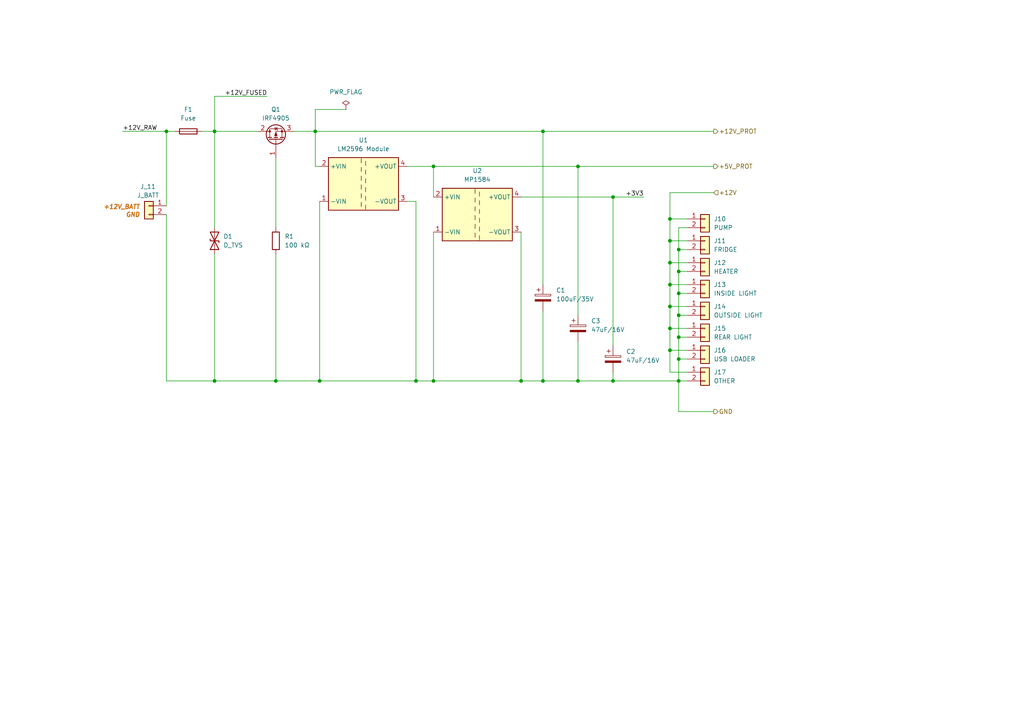
<source format=kicad_sch>
(kicad_sch (version 20250114) (generator "eeschema") (generator_version "9.0")
  (paper "A4")
  (title_block (title "Van Onboard Computer") (date "2025-12-02") (rev "1.1"))
  (lib_symbols
    (symbol "CRE1S1205SC_1"
      (property "Reference" "U1" (at 0 12.7 0))
      (property "Value" "LM2596 Module" (at 0 10.16 0))
      (symbol "CRE1S1205SC_1_0_1"
        (rectangle (start -10.16 7.62) (end 10.16 -7.62) (stroke (width 0.254)) (fill (type background)))
        (polyline (pts (xy -0.635 7.366) (xy -0.635 6.096)))
        (polyline (pts (xy -0.635 4.826) (xy -0.635 3.556)))
        (polyline (pts (xy -0.635 2.286) (xy -0.635 1.016)))
        (polyline (pts (xy -0.635 -0.254) (xy -0.635 -1.524)))
        (polyline (pts (xy -0.635 -2.794) (xy -0.635 -4.064)))
        (polyline (pts (xy -0.635 -5.334) (xy -0.635 -6.604)))
        (polyline (pts (xy 0.635 5.334) (xy 0.635 6.604)))
        (polyline (pts (xy 0.635 2.794) (xy 0.635 4.064)))
        (polyline (pts (xy 0.635 0.254) (xy 0.635 1.524)))
        (polyline (pts (xy 0.635 -2.286) (xy 0.635 -1.016)))
        (polyline (pts (xy 0.635 -4.826) (xy 0.635 -3.556)))
        (polyline (pts (xy 0.635 -7.366) (xy 0.635 -6.096)))
      )
      (symbol "CRE1S1205SC_1_1_1"
        (pin power_in line (at -12.7 5.08 0) (length 2.54) (name "+VIN") (number "2"))
        (pin power_in line (at -12.7 -5.08 0) (length 2.54) (name "-VIN") (number "1"))
        (pin power_out line (at 12.7 5.08 180) (length 2.54) (name "+VOUT") (number "4"))
        (pin power_out line (at 12.7 -5.08 180) (length 2.54) (name "-VOUT") (number "3"))
      )
    )
    (symbol "Connector_Generic:Conn_01x02" (pin_names (offset 1.016) (hide yes))
      (property "Reference" "J" (at 0 2.54 0))
      (property "Value" "Conn_01x02" (at 0 -5.08 0))
      (symbol "Conn_01x02_1_1"
        (rectangle (start -1.27 1.27) (end 1.27 -3.81) (stroke (width 0.254)) (fill (type background)))
        (rectangle (start -1.27 0.127) (end 0 -0.127) (stroke (width 0.1524)))
        (rectangle (start -1.27 -2.413) (end 0 -2.667) (stroke (width 0.1524)))
        (pin passive line (at -5.08 0 0) (length 3.81) (name "Pin_1") (number "1"))
        (pin passive line (at -5.08 -2.54 0) (length 3.81) (name "Pin_2") (number "2"))
      )
    )
    (symbol "Device:C_Polarized" (pin_numbers (hide yes)) (pin_names (offset 0.254))
      (property "Reference" "C" (at 0.635 2.54 0))
      (property "Value" "C_Polarized" (at 0.635 -2.54 0))
      (symbol "C_Polarized_0_1"
        (rectangle (start -2.286 0.508) (end 2.286 1.016))
        (polyline (pts (xy -1.778 2.286) (xy -0.762 2.286)))
        (polyline (pts (xy -1.27 2.794) (xy -1.27 1.778)))
        (rectangle (start 2.286 -0.508) (end -2.286 -1.016) (fill (type outline)))
      )
      (symbol "C_Polarized_1_1"
        (pin passive line (at 0 3.81 270) (length 2.794) (name "~") (number "1"))
        (pin passive line (at 0 -3.81 90) (length 2.794) (name "~") (number "2"))
      )
    )
    (symbol "Device:D_TVS" (pin_numbers (hide yes)) (pin_names (offset 1.016) (hide yes))
      (property "Reference" "D" (at 0 2.54 0))
      (property "Value" "D_TVS" (at 0 -2.54 0))
      (symbol "D_TVS_0_1"
        (polyline (pts (xy -2.54 1.27) (xy -2.54 -1.27) (xy 2.54 1.27) (xy 2.54 -1.27) (xy -2.54 1.27)) (stroke (width 0.254)))
        (polyline (pts (xy 0.508 1.27) (xy 0 1.27) (xy 0 -1.27) (xy -0.508 -1.27)) (stroke (width 0.254)))
        (polyline (pts (xy 1.27 0) (xy -1.27 0)))
      )
      (symbol "D_TVS_1_1"
        (pin passive line (at -3.81 0 0) (length 2.54) (name "A1") (number "1"))
        (pin passive line (at 3.81 0 180) (length 2.54) (name "A2") (number "2"))
      )
    )
    (symbol "Device:Fuse" (pin_numbers (hide yes)) (pin_names (offset 0))
      (property "Reference" "F" (at 2.032 0 90))
      (property "Value" "Fuse" (at -1.905 0 90))
      (symbol "Fuse_0_1"
        (rectangle (start -0.762 -2.54) (end 0.762 2.54) (stroke (width 0.254)))
        (polyline (pts (xy 0 2.54) (xy 0 -2.54)))
      )
      (symbol "Fuse_1_1"
        (pin passive line (at 0 3.81 270) (length 1.27) (name "~") (number "1"))
        (pin passive line (at 0 -3.81 90) (length 1.27) (name "~") (number "2"))
      )
    )
    (symbol "Device:R" (pin_numbers (hide yes)) (pin_names (offset 0))
      (property "Reference" "R" (at 2.032 0 90))
      (property "Value" "R" (at 0 0 90))
      (symbol "R_0_1"
        (rectangle (start -1.016 -2.54) (end 1.016 2.54) (stroke (width 0.254)))
      )
      (symbol "R_1_1"
        (pin passive line (at 0 3.81 270) (length 1.27) (name "~") (number "1"))
        (pin passive line (at 0 -3.81 90) (length 1.27) (name "~") (number "2"))
      )
    )
    (symbol "Regulator_Switching:CRE1S1205SC"
      (property "Reference" "U2" (at 0 12.7 0))
      (property "Value" "MP1584" (at 0 10.16 0))
      (symbol "CRE1S1205SC_0_1"
        (rectangle (start -10.16 7.62) (end 10.16 -7.62) (stroke (width 0.254)) (fill (type background)))
        (polyline (pts (xy -0.635 7.366) (xy -0.635 6.096)))
        (polyline (pts (xy -0.635 4.826) (xy -0.635 3.556)))
        (polyline (pts (xy -0.635 2.286) (xy -0.635 1.016)))
        (polyline (pts (xy -0.635 -0.254) (xy -0.635 -1.524)))
        (polyline (pts (xy -0.635 -2.794) (xy -0.635 -4.064)))
        (polyline (pts (xy -0.635 -5.334) (xy -0.635 -6.604)))
        (polyline (pts (xy 0.635 5.334) (xy 0.635 6.604)))
        (polyline (pts (xy 0.635 2.794) (xy 0.635 4.064)))
        (polyline (pts (xy 0.635 0.254) (xy 0.635 1.524)))
        (polyline (pts (xy 0.635 -2.286) (xy 0.635 -1.016)))
        (polyline (pts (xy 0.635 -4.826) (xy 0.635 -3.556)))
        (polyline (pts (xy 0.635 -7.366) (xy 0.635 -6.096)))
      )
      (symbol "CRE1S1205SC_1_1"
        (pin power_in line (at -12.7 5.08 0) (length 2.54) (name "+VIN") (number "2"))
        (pin passive line (at -12.7 -5.08 0) (length 2.54) (name "-VIN") (number "1"))
        (pin power_out line (at 12.7 5.08 180) (length 2.54) (name "+VOUT") (number "4"))
        (pin passive line (at 12.7 -5.08 180) (length 2.54) (name "-VOUT") (number "3"))
      )
    )
    (symbol "Transistor_FET:IRF4905" (pin_names (hide yes))
      (property "Reference" "Q" (at 5.08 1.905 0))
      (property "Value" "IRF4905" (at 5.08 0 0))
      (symbol "IRF4905_0_1"
        (polyline (pts (xy 0.254 1.905) (xy 0.254 -1.905)) (stroke (width 0.254)))
        (polyline (pts (xy 0.254 0) (xy -2.54 0)))
        (polyline (pts (xy 0.762 2.286) (xy 0.762 1.27)) (stroke (width 0.254)))
        (polyline (pts (xy 0.762 1.778) (xy 3.302 1.778) (xy 3.302 -1.778) (xy 0.762 -1.778)))
        (polyline (pts (xy 0.762 0.508) (xy 0.762 -0.508)) (stroke (width 0.254)))
        (polyline (pts (xy 0.762 -1.27) (xy 0.762 -2.286)) (stroke (width 0.254)))
        (circle (center 1.651 0) (radius 2.794) (stroke (width 0.254)))
        (polyline (pts (xy 2.286 0) (xy 1.27 0.381) (xy 1.27 -0.381) (xy 2.286 0)) (fill (type outline)))
        (polyline (pts (xy 2.54 2.54) (xy 2.54 1.778)))
        (circle (center 2.54 1.778) (radius 0.254) (fill (type outline)))
        (circle (center 2.54 -1.778) (radius 0.254) (fill (type outline)))
        (polyline (pts (xy 2.54 -2.54) (xy 2.54 0) (xy 0.762 0)))
        (polyline (pts (xy 2.794 -0.508) (xy 2.921 -0.381) (xy 3.683 -0.381) (xy 3.81 -0.254)))
        (polyline (pts (xy 3.302 -0.381) (xy 2.921 0.254) (xy 3.683 0.254) (xy 3.302 -0.381)))
      )
      (symbol "IRF4905_1_1"
        (pin input line (at -5.08 0 0) (length 2.54) (name "G") (number "1"))
        (pin passive line (at 2.54 5.08 270) (length 2.54) (name "D") (number "2"))
        (pin passive line (at 2.54 -5.08 90) (length 2.54) (name "S") (number "3"))
      )
    )
    (symbol "power:PWR_FLAG" (power) (pin_numbers (hide yes)) (pin_names (offset 0) (hide yes))
      (property "Value" "PWR_FLAG" (at 0 3.81 0))
      (symbol "PWR_FLAG_0_0"
        (pin power_out line (at 0 0 90) (length 0) (name "~") (number "1"))
      )
      (symbol "PWR_FLAG_0_1"
        (polyline (pts (xy 0 0) (xy 0 1.27) (xy -1.016 1.905) (xy 0 2.54) (xy 1.016 1.905) (xy 0 1.27)))
      )
    )
  )
  (text "+12V_BATT" (at 40.64 60.198 0) (effects (font (size 1.27 1.27) (thickness 0.254) (bold yes) (italic yes)) (justify right)))
  (text "GND" (at 40.64 62.484 0) (effects (font (size 1.27 1.27) (thickness 0.254) (bold yes) (italic yes)) (justify right)))
  (junction (at 125.73 110.49))
  (junction (at 120.65 110.49))
  (junction (at 167.64 48.26))
  (junction (at 194.31 82.55))
  (junction (at 196.85 104.14))
  (junction (at 196.85 85.09))
  (junction (at 194.31 63.5))
  (junction (at 177.8 110.49))
  (junction (at 91.44 38.1))
  (junction (at 92.71 110.49))
  (junction (at 157.48 110.49))
  (junction (at 125.73 48.26))
  (junction (at 194.31 95.25))
  (junction (at 157.48 38.1))
  (junction (at 196.85 78.74))
  (junction (at 167.64 110.49))
  (junction (at 196.85 97.79))
  (junction (at 151.13 110.49))
  (junction (at 80.01 110.49))
  (junction (at 48.26 38.1))
  (junction (at 62.23 38.1))
  (junction (at 196.85 72.39))
  (junction (at 194.31 76.2))
  (junction (at 194.31 69.85))
  (junction (at 196.85 110.49))
  (junction (at 194.31 88.9))
  (junction (at 62.23 110.49))
  (junction (at 196.85 91.44))
  (junction (at 177.8 57.15))
  (junction (at 194.31 101.6))
  (wire (pts (xy 125.73 48.26) (xy 125.73 57.15)))
  (wire (pts (xy 125.73 110.49) (xy 151.13 110.49)))
  (wire (pts (xy 177.8 57.15) (xy 186.69 57.15)))
  (wire (pts (xy 62.23 27.94) (xy 62.23 38.1)))
  (wire (pts (xy 80.01 45.72) (xy 80.01 66.04)))
  (wire (pts (xy 167.64 99.06) (xy 167.64 110.49)))
  (wire (pts (xy 196.85 78.74) (xy 196.85 85.09)))
  (wire (pts (xy 194.31 55.88) (xy 194.31 63.5)))
  (wire (pts (xy 194.31 55.88) (xy 207.01 55.88)))
  (wire (pts (xy 196.85 72.39) (xy 199.39 72.39)))
  (wire (pts (xy 199.39 104.14) (xy 196.85 104.14)))
  (wire (pts (xy 151.13 110.49) (xy 157.48 110.49)))
  (wire (pts (xy 58.42 38.1) (xy 62.23 38.1)))
  (wire (pts (xy 196.85 85.09) (xy 199.39 85.09)))
  (wire (pts (xy 167.64 110.49) (xy 177.8 110.49)))
  (wire (pts (xy 196.85 110.49) (xy 177.8 110.49)))
  (wire (pts (xy 125.73 67.31) (xy 125.73 110.49)))
  (wire (pts (xy 157.48 110.49) (xy 167.64 110.49)))
  (wire (pts (xy 196.85 85.09) (xy 196.85 91.44)))
  (wire (pts (xy 196.85 72.39) (xy 196.85 78.74)))
  (wire (pts (xy 62.23 27.94) (xy 77.47 27.94)))
  (wire (pts (xy 199.39 66.04) (xy 196.85 66.04)))
  (wire (pts (xy 91.44 38.1) (xy 91.44 48.26)))
  (wire (pts (xy 194.31 88.9) (xy 199.39 88.9)))
  (wire (pts (xy 194.31 76.2) (xy 199.39 76.2)))
  (wire (pts (xy 196.85 78.74) (xy 199.39 78.74)))
  (wire (pts (xy 196.85 104.14) (xy 196.85 110.49)))
  (wire (pts (xy 167.64 48.26) (xy 167.64 91.44)))
  (wire (pts (xy 151.13 67.31) (xy 151.13 110.49)))
  (wire (pts (xy 157.48 38.1) (xy 157.48 82.55)))
  (wire (pts (xy 48.26 62.23) (xy 48.26 110.49)))
  (wire (pts (xy 85.09 38.1) (xy 91.44 38.1)))
  (wire (pts (xy 62.23 73.66) (xy 62.23 110.49)))
  (wire (pts (xy 194.31 95.25) (xy 194.31 101.6)))
  (wire (pts (xy 194.31 69.85) (xy 199.39 69.85)))
  (wire (pts (xy 194.31 82.55) (xy 194.31 88.9)))
  (wire (pts (xy 118.11 58.42) (xy 120.65 58.42)))
  (wire (pts (xy 196.85 97.79) (xy 196.85 104.14)))
  (wire (pts (xy 91.44 31.75) (xy 91.44 38.1)))
  (wire (pts (xy 120.65 58.42) (xy 120.65 110.49)))
  (wire (pts (xy 118.11 48.26) (xy 125.73 48.26)))
  (wire (pts (xy 151.13 57.15) (xy 177.8 57.15)))
  (wire (pts (xy 177.8 57.15) (xy 177.8 100.33)))
  (wire (pts (xy 48.26 38.1) (xy 35.56 38.1)))
  (wire (pts (xy 196.85 91.44) (xy 196.85 97.79)))
  (wire (pts (xy 177.8 107.95) (xy 177.8 110.49)))
  (wire (pts (xy 196.85 91.44) (xy 199.39 91.44)))
  (wire (pts (xy 48.26 38.1) (xy 48.26 59.69)))
  (wire (pts (xy 48.26 38.1) (xy 50.8 38.1)))
  (wire (pts (xy 196.85 119.38) (xy 196.85 110.49)))
  (wire (pts (xy 48.26 110.49) (xy 62.23 110.49)))
  (wire (pts (xy 92.71 110.49) (xy 120.65 110.49)))
  (wire (pts (xy 196.85 66.04) (xy 196.85 72.39)))
  (wire (pts (xy 157.48 38.1) (xy 207.01 38.1)))
  (wire (pts (xy 207.01 119.38) (xy 196.85 119.38)))
  (wire (pts (xy 194.31 101.6) (xy 199.39 101.6)))
  (wire (pts (xy 194.31 101.6) (xy 194.31 107.95)))
  (wire (pts (xy 196.85 110.49) (xy 199.39 110.49)))
  (wire (pts (xy 194.31 69.85) (xy 194.31 76.2)))
  (wire (pts (xy 91.44 31.75) (xy 100.33 31.75)))
  (wire (pts (xy 194.31 82.55) (xy 199.39 82.55)))
  (wire (pts (xy 120.65 110.49) (xy 125.73 110.49)))
  (wire (pts (xy 125.73 48.26) (xy 167.64 48.26)))
  (wire (pts (xy 80.01 110.49) (xy 92.71 110.49)))
  (wire (pts (xy 157.48 90.17) (xy 157.48 110.49)))
  (wire (pts (xy 62.23 110.49) (xy 80.01 110.49)))
  (wire (pts (xy 194.31 63.5) (xy 199.39 63.5)))
  (wire (pts (xy 194.31 63.5) (xy 194.31 69.85)))
  (wire (pts (xy 194.31 88.9) (xy 194.31 95.25)))
  (wire (pts (xy 194.31 76.2) (xy 194.31 82.55)))
  (wire (pts (xy 62.23 38.1) (xy 62.23 66.04)))
  (wire (pts (xy 167.64 48.26) (xy 207.01 48.26)))
  (wire (pts (xy 194.31 107.95) (xy 199.39 107.95)))
  (wire (pts (xy 62.23 38.1) (xy 74.93 38.1)))
  (wire (pts (xy 194.31 95.25) (xy 199.39 95.25)))
  (wire (pts (xy 91.44 38.1) (xy 157.48 38.1)))
  (wire (pts (xy 196.85 97.79) (xy 199.39 97.79)))
  (wire (pts (xy 92.71 58.42) (xy 92.71 110.49)))
  (wire (pts (xy 92.71 48.26) (xy 91.44 48.26)))
  (wire (pts (xy 80.01 73.66) (xy 80.01 110.49)))
  (label "+12V_FUSED" (at 77.47 27.94 180))
  (label "+3V3" (at 186.69 57.15 180))
  (label "+12V_RAW" (at 35.56 38.1 0))
  (hierarchical_label "+5V_PROT" (shape output) (at 207.01 48.26 0))
  (hierarchical_label "+12V" (shape input) (at 207.01 55.88 0))
  (hierarchical_label "+12V_PROT" (shape output) (at 207.01 38.1 0))
  (hierarchical_label "GND" (shape output) (at 207.01 119.38 0))
  (symbol (lib_id "Connector_Generic:Conn_01x02") (at 204.47 88.9 0) (unit 1)
    (property "Reference" "J14" (at 207.01 88.8999 0) (effects (justify left)))
    (property "Value" "OUTSIDE LIGHT" (at 207.01 91.4399 0) (effects (justify left)))
    (property "Footprint" "MyModules:Connecteur 2 vis" (effects (hide yes)))
    (property "Description" "Generic connector, single row, 01x02, script generated (kicad-library-utils/schlib/autogen/connector/)" (effects (hide yes)))
  )
  (symbol (lib_id "Device:C_Polarized") (at 167.64 95.25 0) (unit 1)
    (property "Reference" "C3" (at 171.45 93.0909 0) (effects (justify left)))
    (property "Value" "47uF/16V" (at 171.45 95.6309 0) (effects (justify left)))
    (property "Footprint" "Capacitor_THT:CP_Radial_D6.3mm_P2.50mm" (effects (hide yes)))
    (property "Description" "Polarized capacitor" (effects (hide yes)))
  )
  (symbol (lib_id "Device:D_TVS") (at 62.23 69.85 90) (unit 1)
    (property "Reference" "D1" (at 64.77 68.5799 90) (effects (justify right)))
    (property "Value" "D_TVS" (at 64.77 71.1199 90) (effects (justify right)))
    (property "Footprint" "Diode_SMD:D_SMA-SMB_Universal_Handsoldering" (effects (hide yes)))
    (property "Description" "Bidirectional transient-voltage-suppression diode" (effects (hide yes)))
  )
  (symbol (lib_id "Connector_Generic:Conn_01x02") (at 204.47 107.95 0) (unit 1)
    (property "Reference" "J17" (at 207.01 107.9499 0) (effects (justify left)))
    (property "Value" "OTHER" (at 207.01 110.4899 0) (effects (justify left)))
    (property "Footprint" "MyModules:Connecteur 2 vis" (effects (hide yes)))
    (property "Description" "Generic connector, single row, 01x02, script generated (kicad-library-utils/schlib/autogen/connector/)" (effects (hide yes)))
  )
  (symbol (lib_id "Regulator_Switching:CRE1S1205SC") (at 138.43 62.23 0) (unit 1)
    (property "Reference" "U2" (at 138.43 49.53 0))
    (property "Value" "MP1584" (at 138.43 52.07 0))
    (property "Footprint" "MyModules:MP1584_Breakout" (effects (hide yes)))
    (property "Datasheet" "http://power.murata.com/datasheet?/data/power/ncl/kdc_cre1.pdf" (effects (hide yes)))
    (property "Description" "12V to 5V 200mA DC-DC Converter with 1kV isolation, SIP-4" (effects (hide yes)))
  )
  (symbol (lib_id "Connector_Generic:Conn_01x02") (at 204.47 69.85 0) (unit 1)
    (property "Reference" "J11" (at 207.01 69.8499 0) (effects (justify left)))
    (property "Value" "FRIDGE" (at 207.01 72.3899 0) (effects (justify left)))
    (property "Footprint" "MyModules:Connecteur 2 vis" (effects (hide yes)))
    (property "Description" "Generic connector, single row, 01x02, script generated (kicad-library-utils/schlib/autogen/connector/)" (effects (hide yes)))
  )
  (symbol (lib_id "Device:R") (at 80.01 69.85 0) (unit 1)
    (property "Reference" "R1" (at 82.55 68.5799 0) (effects (justify left)))
    (property "Value" "100 kΩ" (at 82.55 71.1199 0) (effects (justify left)))
    (property "Footprint" "Resistor_THT:R_Axial_DIN0207_L6.3mm_D2.5mm_P10.16mm_Horizontal" (effects (hide yes)))
    (property "Description" "Resistor" (effects (hide yes)))
  )
  (symbol (lib_id "power:PWR_FLAG") (at 100.33 31.75 0) (unit 1)
    (property "Reference" "#FLG01" (effects (hide yes)))
    (property "Value" "PWR_FLAG" (at 100.33 26.67 0))
    (property "Description" "Special symbol for telling ERC where power comes from" (effects (hide yes)))
  )
  (symbol (lib_id "Connector_Generic:Conn_01x02") (at 204.47 101.6 0) (unit 1)
    (property "Reference" "J16" (at 207.01 101.5999 0) (effects (justify left)))
    (property "Value" "USB LOADER" (at 207.01 104.1399 0) (effects (justify left)))
    (property "Footprint" "MyModules:Connecteur 2 vis" (effects (hide yes)))
    (property "Description" "Generic connector, single row, 01x02, script generated (kicad-library-utils/schlib/autogen/connector/)" (effects (hide yes)))
  )
  (symbol (lib_id "Connector_Generic:Conn_01x02") (at 204.47 95.25 0) (unit 1)
    (property "Reference" "J15" (at 207.01 95.2499 0) (effects (justify left)))
    (property "Value" "REAR LIGHT" (at 207.01 97.7899 0) (effects (justify left)))
    (property "Footprint" "MyModules:Connecteur 2 vis" (effects (hide yes)))
    (property "Description" "Generic connector, single row, 01x02, script generated (kicad-library-utils/schlib/autogen/connector/)" (effects (hide yes)))
  )
  (symbol (lib_id "Connector_Generic:Conn_01x02") (at 204.47 63.5 0) (unit 1)
    (property "Reference" "J10" (at 207.01 63.4999 0) (effects (justify left)))
    (property "Value" "PUMP" (at 207.01 66.0399 0) (effects (justify left)))
    (property "Footprint" "MyModules:Connecteur 2 vis" (effects (hide yes)))
    (property "Description" "Generic connector, single row, 01x02, script generated (kicad-library-utils/schlib/autogen/connector/)" (effects (hide yes)))
  )
  (symbol (lib_id "Connector_Generic:Conn_01x02") (at 204.47 82.55 0) (unit 1)
    (property "Reference" "J13" (at 207.01 82.5499 0) (effects (justify left)))
    (property "Value" "INSIDE LIGHT" (at 207.01 85.0899 0) (effects (justify left)))
    (property "Footprint" "MyModules:Connecteur 2 vis" (effects (hide yes)))
    (property "Description" "Generic connector, single row, 01x02, script generated (kicad-library-utils/schlib/autogen/connector/)" (effects (hide yes)))
  )
  (symbol (lib_id "Transistor_FET:IRF4905") (at 80.01 40.64 90) (unit 1)
    (property "Reference" "Q1" (at 80.01 31.75 90))
    (property "Value" "IRF4905" (at 80.01 34.29 90))
    (property "Footprint" "Package_TO_SOT_THT:TO-220-3_Vertical" (effects (hide yes)))
    (property "Datasheet" "http://www.infineon.com/dgdl/irf4905.pdf?fileId=5546d462533600a4015355e32165197c" (effects (hide yes)))
    (property "Description" "-74A Id, -55V Vds, Single P-Channel HEXFET Power MOSFET, 20mOhm Ron, TO-220AB" (effects (hide yes)))
  )
  (symbol (lib_id "Device:Fuse") (at 54.61 38.1 90) (unit 1)
    (property "Reference" "F1" (at 54.61 31.75 90))
    (property "Value" "Fuse" (at 54.61 34.29 90))
    (property "Footprint" "Fuse:Fuseholder_Clip-5x20mm_Bel_FC-203-22_Lateral_P17.80x5.00mm_D1.17mm_Horizontal" (effects (hide yes)))
    (property "Description" "Fuse" (effects (hide yes)))
  )
  (symbol (lib_id "Connector_Generic:Conn_01x02") (at 43.18 59.69 0) (mirror y) (unit 1)
    (property "Reference" "J_11" (at 42.926 54.102 0))
    (property "Value" "J_BATT" (at 42.926 56.642 0))
    (property "Footprint" "MyModules:Connecteur 2 vis" (effects (hide yes)))
    (property "Description" "Generic connector, single row, 01x02, script generated (kicad-library-utils/schlib/autogen/connector/)" (effects (hide yes)))
  )
  (symbol (lib_id "Connector_Generic:Conn_01x02") (at 204.47 76.2 0) (unit 1)
    (property "Reference" "J12" (at 207.01 76.1999 0) (effects (justify left)))
    (property "Value" "HEATER" (at 207.01 78.7399 0) (effects (justify left)))
    (property "Footprint" "MyModules:Connecteur 2 vis" (effects (hide yes)))
    (property "Description" "Generic connector, single row, 01x02, script generated (kicad-library-utils/schlib/autogen/connector/)" (effects (hide yes)))
  )
  (symbol (lib_id "Device:C_Polarized") (at 177.8 104.14 0) (unit 1)
    (property "Reference" "C2" (at 181.61 101.9809 0) (effects (justify left)))
    (property "Value" "47uF/16V" (at 181.61 104.5209 0) (effects (justify left)))
    (property "Footprint" "Capacitor_THT:CP_Radial_D6.3mm_P2.50mm" (effects (hide yes)))
    (property "Description" "Polarized capacitor" (effects (hide yes)))
  )
  (symbol (lib_id "Device:C_Polarized") (at 157.48 86.36 0) (unit 1)
    (property "Reference" "C1" (at 161.29 84.2009 0) (effects (justify left)))
    (property "Value" "100uF/35V" (at 161.29 86.7409 0) (effects (justify left)))
    (property "Footprint" "Capacitor_THT:CP_Radial_D8.0mm_P3.50mm" (effects (hide yes)))
    (property "Description" "Polarized capacitor" (effects (hide yes)))
  )
  (symbol (lib_name "CRE1S1205SC_1") (lib_id "Regulator_Switching:CRE1S1205SC") (at 105.41 53.34 0) (unit 1)
    (property "Reference" "U1" (at 105.41 40.64 0))
    (property "Value" "LM2596 Module" (at 105.41 43.18 0))
    (property "Footprint" "MyModules:LM2596_Breakout" (effects (hide yes)))
    (property "Datasheet" "http://power.murata.com/datasheet?/data/power/ncl/kdc_cre1.pdf" (effects (hide yes)))
    (property "Description" "12V to 5V 200mA DC-DC Converter with 1kV isolation, SIP-4" (effects (hide yes)))
  )
)
</source>
